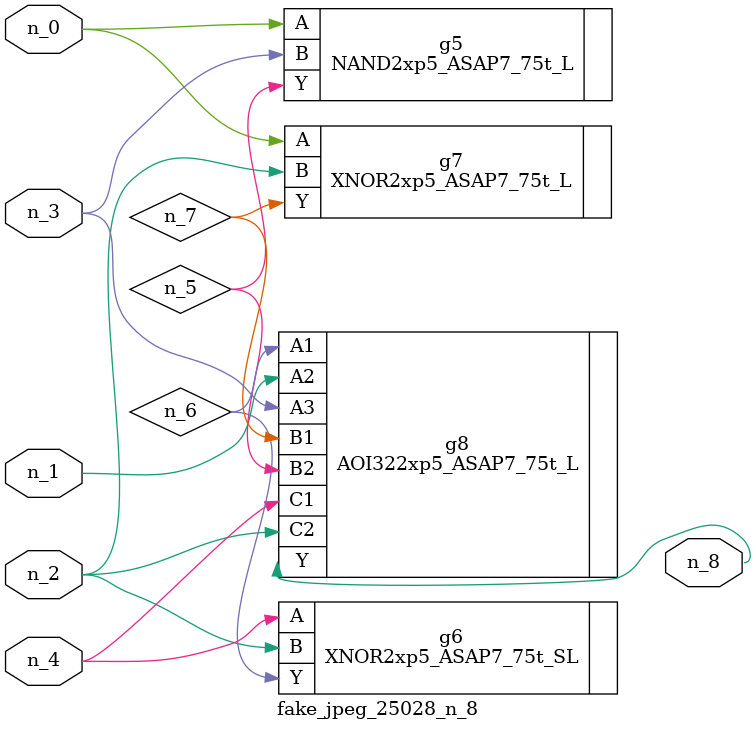
<source format=v>
module fake_jpeg_25028_n_8 (n_3, n_2, n_1, n_0, n_4, n_8);

input n_3;
input n_2;
input n_1;
input n_0;
input n_4;

output n_8;

wire n_6;
wire n_5;
wire n_7;

NAND2xp5_ASAP7_75t_L g5 ( 
.A(n_0),
.B(n_3),
.Y(n_5)
);

XNOR2xp5_ASAP7_75t_SL g6 ( 
.A(n_4),
.B(n_2),
.Y(n_6)
);

XNOR2xp5_ASAP7_75t_L g7 ( 
.A(n_0),
.B(n_2),
.Y(n_7)
);

AOI322xp5_ASAP7_75t_L g8 ( 
.A1(n_6),
.A2(n_1),
.A3(n_3),
.B1(n_7),
.B2(n_5),
.C1(n_4),
.C2(n_2),
.Y(n_8)
);


endmodule
</source>
